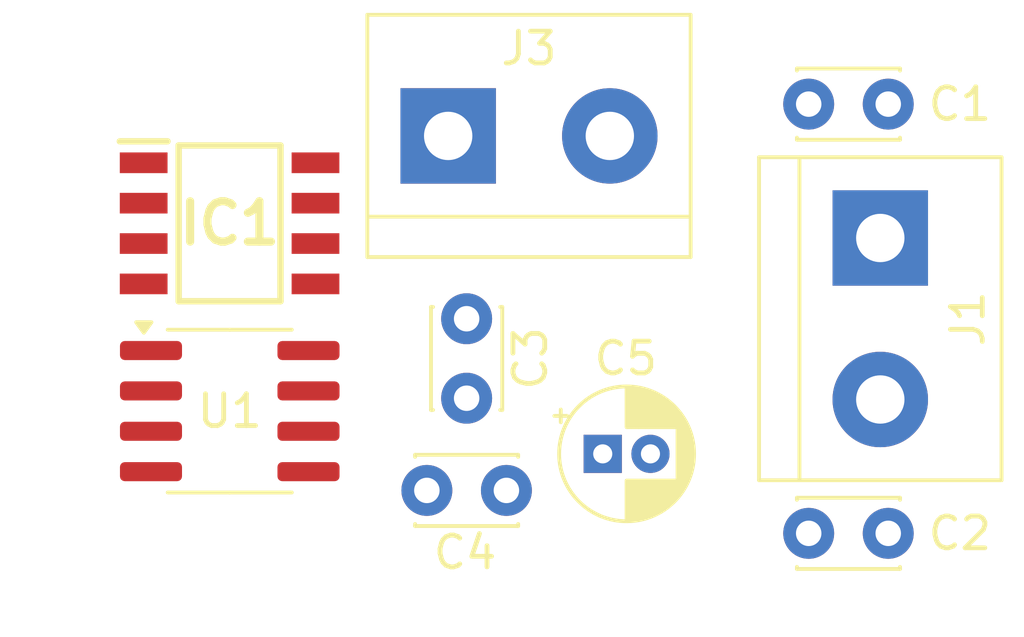
<source format=kicad_pcb>
(kicad_pcb (version 20240108) (generator "pcbnew") (generator_version "8.0")
  (layers (0 "F.Cu" signal) (31 "B.Cu" signal) (34 "B.Paste" user) (35 "F.Paste" user) (36 "B.SilkS" user "B.Silkscreen") (37 "F.SilkS" user "F.Silkscreen") (38 "B.Mask" user) (39 "F.Mask" user) (44 "Edge.Cuts" user))
  (net 0 "")
  (net 2 "/ASEN")
  (net 3 "Net-(IC1-VDD)")
  (net 4 "Net-(IC1-OUTA)")
  (net 5 "GND")
  (net 6 "Net-(IC1-OUTB)")
  (net 7 "/INB")
  (net 8 "/INA")
  (net 9 "VCC")
  (net 10 "Net-(U1-FILTER)")
  (net 11 "+5V")
  (footprint "Package_SO:SOIC-8_3.9x4.9mm_P1.27mm" (layer "F.Cu") (at 125.555 96.905)
    (property "Reference" "U1" (at 0 0 0) (layer "F.SilkS"))
    (property "Value" "ACS712xLCTR-05B")
    (fp_line (start 0 -2.56) (end -1.95 -2.56) (stroke (width 0.12)) (layer "F.SilkS"))
    (fp_line (start 0 -2.56) (end 1.95 -2.56) (stroke (width 0.12)) (layer "F.SilkS"))
    (fp_line (start 0 2.56) (end -1.95 2.56) (stroke (width 0.12)) (layer "F.SilkS"))
    (fp_line (start 0 2.56) (end 1.95 2.56) (stroke (width 0.12)) (layer "F.SilkS"))
    (fp_poly (pts (xy -2.7 -2.465) (xy -2.94 -2.795) (xy -2.46 -2.795) (xy -2.7 -2.465)) (stroke (width 0.12)) (fill solid) (layer "F.SilkS"))
    (pad "1" smd roundrect (at -2.475 -1.905) (size 1.95 0.6) (layers "F.Cu" "F.Paste" "F.Mask") (net 9 "VCC"))
    (pad "2" smd roundrect (at -2.475 -0.635) (size 1.95 0.6) (layers "F.Cu" "F.Paste" "F.Mask") (net 9 "VCC"))
    (pad "3" smd roundrect (at -2.475 0.635) (size 1.95 0.6) (layers "F.Cu" "F.Paste" "F.Mask") (net 3 "Net-(IC1-VDD)"))
    (pad "4" smd roundrect (at -2.475 1.905) (size 1.95 0.6) (layers "F.Cu" "F.Paste" "F.Mask") (net 3 "Net-(IC1-VDD)"))
    (pad "5" smd roundrect (at 2.475 1.905) (size 1.95 0.6) (layers "F.Cu" "F.Paste" "F.Mask") (net 5 "GND"))
    (pad "6" smd roundrect (at 2.475 0.635) (size 1.95 0.6) (layers "F.Cu" "F.Paste" "F.Mask") (net 10 "Net-(U1-FILTER)"))
    (pad "7" smd roundrect (at 2.475 -0.635) (size 1.95 0.6) (layers "F.Cu" "F.Paste" "F.Mask") (net 2 "/ASEN"))
    (pad "8" smd roundrect (at 2.475 -1.905) (size 1.95 0.6) (layers "F.Cu" "F.Paste" "F.Mask") (net 11 "+5V"))
  )
  (footprint "Capacitor_THT:C_Disc_D3.0mm_W2.0mm_P2.50mm" (layer "F.Cu") (at 133 94 -90)
    (property "Reference" "C3" (at 1.25 -2 90) (layer "F.SilkS"))
    (property "Value" "104pF")
    (fp_line (start -0.37 1.12) (end 2.87 1.12) (stroke (width 0.12)) (layer "F.SilkS"))
    (fp_line (start -0.37 1.055) (end -0.37 1.12) (stroke (width 0.12)) (layer "F.SilkS"))
    (fp_line (start 2.87 1.055) (end 2.87 1.12) (stroke (width 0.12)) (layer "F.SilkS"))
    (fp_line (start -0.37 -1.12) (end -0.37 -1.055) (stroke (width 0.12)) (layer "F.SilkS"))
    (fp_line (start -0.37 -1.12) (end 2.87 -1.12) (stroke (width 0.12)) (layer "F.SilkS"))
    (fp_line (start 2.87 -1.12) (end 2.87 -1.055) (stroke (width 0.12)) (layer "F.SilkS"))
    (pad "1" thru_hole circle (at 0 0 270) (size 1.6 1.6) (drill 0.8) (layers "*.Cu" "*.Mask") (net 4 "Net-(IC1-OUTA)"))
    (pad "2" thru_hole circle (at 2.5 0 270) (size 1.6 1.6) (drill 0.8) (layers "*.Cu" "*.Mask") (net 6 "Net-(IC1-OUTB)"))
  )
  (footprint "Capacitor_THT:C_Disc_D3.0mm_W2.0mm_P2.50mm" (layer "F.Cu") (at 143.75 100.75)
    (property "Reference" "C2" (at 4.75 0 0) (layer "F.SilkS"))
    (property "Value" "104pF")
    (fp_line (start -0.37 -1.12) (end -0.37 -1.055) (stroke (width 0.12)) (layer "F.SilkS"))
    (fp_line (start -0.37 -1.12) (end 2.87 -1.12) (stroke (width 0.12)) (layer "F.SilkS"))
    (fp_line (start -0.37 1.055) (end -0.37 1.12) (stroke (width 0.12)) (layer "F.SilkS"))
    (fp_line (start -0.37 1.12) (end 2.87 1.12) (stroke (width 0.12)) (layer "F.SilkS"))
    (fp_line (start 2.87 -1.12) (end 2.87 -1.055) (stroke (width 0.12)) (layer "F.SilkS"))
    (fp_line (start 2.87 1.055) (end 2.87 1.12) (stroke (width 0.12)) (layer "F.SilkS"))
    (pad "1" thru_hole circle (at 0 0) (size 1.6 1.6) (drill 0.8) (layers "*.Cu" "*.Mask") (net 5 "GND"))
    (pad "2" thru_hole circle (at 2.5 0) (size 1.6 1.6) (drill 0.8) (layers "*.Cu" "*.Mask") (net 6 "Net-(IC1-OUTB)"))
  )
  (footprint "Capacitor_THT:C_Disc_D3.0mm_W2.0mm_P2.50mm" (layer "F.Cu") (at 146.25 87.25 180)
    (property "Reference" "C1" (at -2.25 0 180) (layer "F.SilkS"))
    (property "Value" "104pF")
    (fp_line (start 2.87 1.055) (end 2.87 1.12) (stroke (width 0.12)) (layer "F.SilkS"))
    (fp_line (start 2.87 -1.12) (end 2.87 -1.055) (stroke (width 0.12)) (layer "F.SilkS"))
    (fp_line (start -0.37 1.12) (end 2.87 1.12) (stroke (width 0.12)) (layer "F.SilkS"))
    (fp_line (start -0.37 1.055) (end -0.37 1.12) (stroke (width 0.12)) (layer "F.SilkS"))
    (fp_line (start -0.37 -1.12) (end 2.87 -1.12) (stroke (width 0.12)) (layer "F.SilkS"))
    (fp_line (start -0.37 -1.12) (end -0.37 -1.055) (stroke (width 0.12)) (layer "F.SilkS"))
    (pad "1" thru_hole circle (at 0 0 180) (size 1.6 1.6) (drill 0.8) (layers "*.Cu" "*.Mask") (net 4 "Net-(IC1-OUTA)"))
    (pad "2" thru_hole circle (at 2.5 0 180) (size 1.6 1.6) (drill 0.8) (layers "*.Cu" "*.Mask") (net 5 "GND"))
  )
  (footprint "TerminalBlock:TerminalBlock_bornier-2_P5.08mm" (layer "F.Cu") (at 132.42 88.25)
    (property "Reference" "J3" (at 2.54 -2.75 0) (layer "F.SilkS"))
    (property "Value" "PowerSupply")
    (fp_line (start -2.54 -3.81) (end -2.54 3.81) (stroke (width 0.12)) (layer "F.SilkS"))
    (fp_line (start -2.54 3.81) (end 7.62 3.81) (stroke (width 0.12)) (layer "F.SilkS"))
    (fp_line (start 7.62 -3.81) (end -2.54 -3.81) (stroke (width 0.12)) (layer "F.SilkS"))
    (fp_line (start 7.62 2.54) (end -2.54 2.54) (stroke (width 0.12)) (layer "F.SilkS"))
    (fp_line (start 7.62 3.81) (end 7.62 -3.81) (stroke (width 0.12)) (layer "F.SilkS"))
    (pad "1" thru_hole rect (at 0 0) (size 3 3) (drill 1.52) (layers "*.Cu" "*.Mask") (net 9 "VCC"))
    (pad "2" thru_hole circle (at 5.08 0) (size 3 3) (drill 1.52) (layers "*.Cu" "*.Mask") (net 5 "GND"))
  )
  (footprint "TerminalBlock:TerminalBlock_bornier-2_P5.08mm" (layer "F.Cu") (at 146 91.46 -90)
    (property "Reference" "J1" (at 2.54 -2.75 90) (layer "F.SilkS"))
    (property "Value" "MotorConnection")
    (fp_line (start -2.54 3.81) (end 7.62 3.81) (stroke (width 0.12)) (layer "F.SilkS"))
    (fp_line (start 7.62 3.81) (end 7.62 -3.81) (stroke (width 0.12)) (layer "F.SilkS"))
    (fp_line (start 7.62 2.54) (end -2.54 2.54) (stroke (width 0.12)) (layer "F.SilkS"))
    (fp_line (start -2.54 -3.81) (end -2.54 3.81) (stroke (width 0.12)) (layer "F.SilkS"))
    (fp_line (start 7.62 -3.81) (end -2.54 -3.81) (stroke (width 0.12)) (layer "F.SilkS"))
    (pad "1" thru_hole rect (at 0 0 270) (size 3 3) (drill 1.52) (layers "*.Cu" "*.Mask") (net 4 "Net-(IC1-OUTA)"))
    (pad "2" thru_hole circle (at 5.08 0 270) (size 3 3) (drill 1.52) (layers "*.Cu" "*.Mask") (net 6 "Net-(IC1-OUTB)"))
  )
  (footprint "Capacitor_THT:C_Disc_D3.0mm_W2.0mm_P2.50mm" (layer "F.Cu") (at 131.75 99.4)
    (property "Reference" "C4" (at 1.2 1.95 360) (layer "F.SilkS"))
    (property "Value" "100nF")
    (fp_line (start -0.37 -1.12) (end -0.37 -1.055) (stroke (width 0.12)) (layer "F.SilkS"))
    (fp_line (start -0.37 -1.12) (end 2.87 -1.12) (stroke (width 0.12)) (layer "F.SilkS"))
    (fp_line (start -0.37 1.055) (end -0.37 1.12) (stroke (width 0.12)) (layer "F.SilkS"))
    (fp_line (start -0.37 1.12) (end 2.87 1.12) (stroke (width 0.12)) (layer "F.SilkS"))
    (fp_line (start 2.87 -1.12) (end 2.87 -1.055) (stroke (width 0.12)) (layer "F.SilkS"))
    (fp_line (start 2.87 1.055) (end 2.87 1.12) (stroke (width 0.12)) (layer "F.SilkS"))
    (pad "1" thru_hole circle (at 0 0) (size 1.6 1.6) (drill 0.8) (layers "*.Cu" "*.Mask") (net 10 "Net-(U1-FILTER)"))
    (pad "2" thru_hole circle (at 2.5 0) (size 1.6 1.6) (drill 0.8) (layers "*.Cu" "*.Mask") (net 5 "GND"))
  )
  (footprint "Capacitor_THT:CP_Radial_D4.0mm_P1.50mm" (layer "F.Cu") (at 137.277401 98.25)
    (property "Reference" "C5" (at 0.722599 -3 0) (layer "F.SilkS"))
    (property "Value" "0.1uF")
    (fp_line (start -1.519801 -1.195) (end -1.119801 -1.195) (stroke (width 0.12)) (layer "F.SilkS"))
    (fp_line (start -1.319801 -1.395) (end -1.319801 -0.995) (stroke (width 0.12)) (layer "F.SilkS"))
    (fp_line (start 0.75 -2.08) (end 0.75 -0.84) (stroke (width 0.12)) (layer "F.SilkS"))
    (fp_line (start 0.75 0.84) (end 0.75 2.08) (stroke (width 0.12)) (layer "F.SilkS"))
    (fp_line (start 0.79 -2.08) (end 0.79 -0.84) (stroke (width 0.12)) (layer "F.SilkS"))
    (fp_line (start 0.79 0.84) (end 0.79 2.08) (stroke (width 0.12)) (layer "F.SilkS"))
    (fp_line (start 0.83 -2.079) (end 0.83 -0.84) (stroke (width 0.12)) (layer "F.SilkS"))
    (fp_line (start 0.83 0.84) (end 0.83 2.079) (stroke (width 0.12)) (layer "F.SilkS"))
    (fp_line (start 0.87 -2.077) (end 0.87 -0.84) (stroke (width 0.12)) (layer "F.SilkS"))
    (fp_line (start 0.87 0.84) (end 0.87 2.077) (stroke (width 0.12)) (layer "F.SilkS"))
    (fp_line (start 0.91 -2.074) (end 0.91 -0.84) (stroke (width 0.12)) (layer "F.SilkS"))
    (fp_line (start 0.91 0.84) (end 0.91 2.074) (stroke (width 0.12)) (layer "F.SilkS"))
    (fp_line (start 0.95 -2.071) (end 0.95 -0.84) (stroke (width 0.12)) (layer "F.SilkS"))
    (fp_line (start 0.95 0.84) (end 0.95 2.071) (stroke (width 0.12)) (layer "F.SilkS"))
    (fp_line (start 0.99 -2.067) (end 0.99 -0.84) (stroke (width 0.12)) (layer "F.SilkS"))
    (fp_line (start 0.99 0.84) (end 0.99 2.067) (stroke (width 0.12)) (layer "F.SilkS"))
    (fp_line (start 1.03 -2.062) (end 1.03 -0.84) (stroke (width 0.12)) (layer "F.SilkS"))
    (fp_line (start 1.03 0.84) (end 1.03 2.062) (stroke (width 0.12)) (layer "F.SilkS"))
    (fp_line (start 1.07 -2.056) (end 1.07 -0.84) (stroke (width 0.12)) (layer "F.SilkS"))
    (fp_line (start 1.07 0.84) (end 1.07 2.056) (stroke (width 0.12)) (layer "F.SilkS"))
    (fp_line (start 1.11 -2.05) (end 1.11 -0.84) (stroke (width 0.12)) (layer "F.SilkS"))
    (fp_line (start 1.11 0.84) (end 1.11 2.05) (stroke (width 0.12)) (layer "F.SilkS"))
    (fp_line (start 1.15 -2.042) (end 1.15 -0.84) (stroke (width 0.12)) (layer "F.SilkS"))
    (fp_line (start 1.15 0.84) (end 1.15 2.042) (stroke (width 0.12)) (layer "F.SilkS"))
    (fp_line (start 1.19 -2.034) (end 1.19 -0.84) (stroke (width 0.12)) (layer "F.SilkS"))
    (fp_line (start 1.19 0.84) (end 1.19 2.034) (stroke (width 0.12)) (layer "F.SilkS"))
    (fp_line (start 1.23 -2.025) (end 1.23 -0.84) (stroke (width 0.12)) (layer "F.SilkS"))
    (fp_line (start 1.23 0.84) (end 1.23 2.025) (stroke (width 0.12)) (layer "F.SilkS"))
    (fp_line (start 1.27 -2.016) (end 1.27 -0.84) (stroke (width 0.12)) (layer "F.SilkS"))
    (fp_line (start 1.27 0.84) (end 1.27 2.016) (stroke (width 0.12)) (layer "F.SilkS"))
    (fp_line (start 1.31 -2.005) (end 1.31 -0.84) (stroke (width 0.12)) (layer "F.SilkS"))
    (fp_line (start 1.31 0.84) (end 1.31 2.005) (stroke (width 0.12)) (layer "F.SilkS"))
    (fp_line (start 1.35 -1.994) (end 1.35 -0.84) (stroke (width 0.12)) (layer "F.SilkS"))
    (fp_line (start 1.35 0.84) (end 1.35 1.994) (stroke (width 0.12)) (layer "F.SilkS"))
    (fp_line (start 1.39 -1.982) (end 1.39 -0.84) (stroke (width 0.12)) (layer "F.SilkS"))
    (fp_line (start 1.39 0.84) (end 1.39 1.982) (stroke (width 0.12)) (layer "F.SilkS"))
    (fp_line (start 1.43 -1.968) (end 1.43 -0.84) (stroke (width 0.12)) (layer "F.SilkS"))
    (fp_line (start 1.43 0.84) (end 1.43 1.968) (stroke (width 0.12)) (layer "F.SilkS"))
    (fp_line (start 1.471 -1.954) (end 1.471 -0.84) (stroke (width 0.12)) (layer "F.SilkS"))
    (fp_line (start 1.471 0.84) (end 1.471 1.954) (stroke (width 0.12)) (layer "F.SilkS"))
    (fp_line (start 1.511 -1.94) (end 1.511 -0.84) (stroke (width 0.12)) (layer "F.SilkS"))
    (fp_line (start 1.511 0.84) (end 1.511 1.94) (stroke (width 0.12)) (layer "F.SilkS"))
    (fp_line (start 1.551 -1.924) (end 1.551 -0.84) (stroke (width 0.12)) (layer "F.SilkS"))
    (fp_line (start 1.551 0.84) (end 1.551 1.924) (stroke (width 0.12)) (layer "F.SilkS"))
    (fp_line (start 1.591 -1.907) (end 1.591 -0.84) (stroke (width 0.12)) (layer "F.SilkS"))
    (fp_line (start 1.591 0.84) (end 1.591 1.907) (stroke (width 0.12)) (layer "F.SilkS"))
    (fp_line (start 1.631 -1.889) (end 1.631 -0.84) (stroke (width 0.12)) (layer "F.SilkS"))
    (fp_line (start 1.631 0.84) (end 1.631 1.889) (stroke (width 0.12)) (layer "F.SilkS"))
    (fp_line (start 1.671 -1.87) (end 1.671 -0.84) (stroke (width 0.12)) (layer "F.SilkS"))
    (fp_line (start 1.671 0.84) (end 1.671 1.87) (stroke (width 0.12)) (layer "F.SilkS"))
    (fp_line (start 1.711 -1.851) (end 1.711 -0.84) (stroke (width 0.12)) (layer "F.SilkS"))
    (fp_line (start 1.711 0.84) (end 1.711 1.851) (stroke (width 0.12)) (layer "F.SilkS"))
    (fp_line (start 1.751 -1.83) (end 1.751 -0.84) (stroke (width 0.12)) (layer "F.SilkS"))
    (fp_line (start 1.751 0.84) (end 1.751 1.83) (stroke (width 0.12)) (layer "F.SilkS"))
    (fp_line (start 1.791 -1.808) (end 1.791 -0.84) (stroke (width 0.12)) (layer "F.SilkS"))
    (fp_line (start 1.791 0.84) (end 1.791 1.808) (stroke (width 0.12)) (layer "F.SilkS"))
    (fp_line (start 1.831 -1.785) (end 1.831 -0.84) (stroke (width 0.12)) (layer "F.SilkS"))
    (fp_line (start 1.831 0.84) (end 1.831 1.785) (stroke (width 0.12)) (layer "F.SilkS"))
    (fp_line (start 1.871 -1.76) (end 1.871 -0.84) (stroke (width 0.12)) (layer "F.SilkS"))
    (fp_line (start 1.871 0.84) (end 1.871 1.76) (stroke (width 0.12)) (layer "F.SilkS"))
    (fp_line (start 1.911 -1.735) (end 1.911 -0.84) (stroke (width 0.12)) (layer "F.SilkS"))
    (fp_line (start 1.911 0.84) (end 1.911 1.735) (stroke (width 0.12)) (layer "F.SilkS"))
    (fp_line (start 1.951 -1.708) (end 1.951 -0.84) (stroke (width 0.12)) (layer "F.SilkS"))
    (fp_line (start 1.951 0.84) (end 1.951 1.708) (stroke (width 0.12)) (layer "F.SilkS"))
    (fp_line (start 1.991 -1.68) (end 1.991 -0.84) (stroke (width 0.12)) (layer "F.SilkS"))
    (fp_line (start 1.991 0.84) (end 1.991 1.68) (stroke (width 0.12)) (layer "F.SilkS"))
    (fp_line (start 2.031 -1.65) (end 2.031 -0.84) (stroke (width 0.12)) (layer "F.SilkS"))
    (fp_line (start 2.031 0.84) (end 2.031 1.65) (stroke (width 0.12)) (layer "F.SilkS"))
    (fp_line (start 2.071 -1.619) (end 2.071 -0.84) (stroke (width 0.12)) (layer "F.SilkS"))
    (fp_line (start 2.071 0.84) (end 2.071 1.619) (stroke (width 0.12)) (layer "F.SilkS"))
    (fp_line (start 2.111 -1.587) (end 2.111 -0.84) (stroke (width 0.12)) (layer "F.SilkS"))
    (fp_line (start 2.111 0.84) (end 2.111 1.587) (stroke (width 0.12)) (layer "F.SilkS"))
    (fp_line (start 2.151 -1.552) (end 2.151 -0.84) (stroke (width 0.12)) (layer "F.SilkS"))
    (fp_line (start 2.151 0.84) (end 2.151 1.552) (stroke (width 0.12)) (layer "F.SilkS"))
    (fp_line (start 2.191 -1.516) (end 2.191 -0.84) (stroke (width 0.12)) (layer "F.SilkS"))
    (fp_line (start 2.191 0.84) (end 2.191 1.516) (stroke (width 0.12)) (layer "F.SilkS"))
    (fp_line (start 2.231 -1.478) (end 2.231 -0.84) (stroke (width 0.12)) (layer "F.SilkS"))
    (fp_line (start 2.231 0.84) (end 2.231 1.478) (stroke (width 0.12)) (layer "F.SilkS"))
    (fp_line (start 2.271 -1.438) (end 2.271 -0.84) (stroke (width 0.12)) (layer "F.SilkS"))
    (fp_line (start 2.271 0.84) (end 2.271 1.438) (stroke (width 0.12)) (layer "F.SilkS"))
    (fp_line (start 2.311 -1.396) (end 2.311 -0.84) (stroke (width 0.12)) (layer "F.SilkS"))
    (fp_line (start 2.311 0.84) (end 2.311 1.396) (stroke (width 0.12)) (layer "F.SilkS"))
    (fp_line (start 2.351 -1.351) (end 2.351 1.351) (stroke (width 0.12)) (layer "F.SilkS"))
    (fp_line (start 2.391 -1.304) (end 2.391 1.304) (stroke (width 0.12)) (layer "F.SilkS"))
    (fp_line (start 2.431 -1.254) (end 2.431 1.254) (stroke (width 0.12)) (layer "F.SilkS"))
    (fp_line (start 2.471 -1.2) (end 2.471 1.2) (stroke (width 0.12)) (layer "F.SilkS"))
    (fp_line (start 2.511 -1.142) (end 2.511 1.142) (stroke (width 0.12)) (layer "F.SilkS"))
    (fp_line (start 2.551 -1.08) (end 2.551 1.08) (stroke (width 0.12)) (layer "F.SilkS"))
    (fp_line (start 2.591 -1.013) (end 2.591 1.013) (stroke (width 0.12)) (layer "F.SilkS"))
    (fp_line (start 2.631 -0.94) (end 2.631 0.94) (stroke (width 0.12)) (layer "F.SilkS"))
    (fp_line (start 2.671 -0.859) (end 2.671 0.859) (stroke (width 0.12)) (layer "F.SilkS"))
    (fp_line (start 2.711 -0.768) (end 2.711 0.768) (stroke (width 0.12)) (layer "F.SilkS"))
    (fp_line (start 2.751 -0.664) (end 2.751 0.664) (stroke (width 0.12)) (layer "F.SilkS"))
    (fp_line (start 2.791 -0.537) (end 2.791 0.537) (stroke (width 0.12)) (layer "F.SilkS"))
    (fp_line (start 2.831 -0.37) (end 2.831 0.37) (stroke (width 0.12)) (layer "F.SilkS"))
    (fp_circle (center 0.75 0) (end 2.87 0) (stroke (width 0.12)) (fill none) (layer "F.SilkS"))
    (pad "1" thru_hole rect (at 0 0) (size 1.2 1.2) (drill 0.6) (layers "*.Cu" "*.Mask") (net 11 "+5V"))
    (pad "2" thru_hole circle (at 1.5 0) (size 1.2 1.2) (drill 0.6) (layers "*.Cu" "*.Mask") (net 5 "GND"))
  )
  (footprint "TC118S:SOIC127P600X155-8N" (layer "F.Cu") (at 125.55 91)
    (property "Reference" "IC1" (at 0 0 0) (layer "F.SilkS") (effects (font (size 1.27 1.27) (thickness 0.254))))
    (property "Value" "TC118S" (hide yes))
    (fp_line (start -3.45 -2.58) (end -1.95 -2.58) (stroke (width 0.2)) (layer "F.SilkS"))
    (fp_line (start -1.6 -2.45) (end 1.6 -2.45) (stroke (width 0.2)) (layer "F.SilkS"))
    (fp_line (start -1.6 2.45) (end -1.6 -2.45) (stroke (width 0.2)) (layer "F.SilkS"))
    (fp_line (start 1.6 -2.45) (end 1.6 2.45) (stroke (width 0.2)) (layer "F.SilkS"))
    (fp_line (start 1.6 2.45) (end -1.6 2.45) (stroke (width 0.2)) (layer "F.SilkS"))
    (pad "1" smd rect (at -2.7 -1.905 90) (size 0.65 1.5) (layers "F.Cu" "F.Paste" "F.Mask"))
    (pad "2" smd rect (at -2.7 -0.635 90) (size 0.65 1.5) (layers "F.Cu" "F.Paste" "F.Mask") (net 8 "/INA"))
    (pad "3" smd rect (at -2.7 0.635 90) (size 0.65 1.5) (layers "F.Cu" "F.Paste" "F.Mask") (net 7 "/INB"))
    (pad "4" smd rect (at -2.7 1.905 90) (size 0.65 1.5) (layers "F.Cu" "F.Paste" "F.Mask") (net 3 "Net-(IC1-VDD)"))
    (pad "5" smd rect (at 2.7 1.905 90) (size 0.65 1.5) (layers "F.Cu" "F.Paste" "F.Mask") (net 6 "Net-(IC1-OUTB)"))
    (pad "6" smd rect (at 2.7 0.635 90) (size 0.65 1.5) (layers "F.Cu" "F.Paste" "F.Mask") (net 5 "GND"))
    (pad "7" smd rect (at 2.7 -0.635 90) (size 0.65 1.5) (layers "F.Cu" "F.Paste" "F.Mask") (net 5 "GND"))
    (pad "8" smd rect (at 2.7 -1.905 90) (size 0.65 1.5) (layers "F.Cu" "F.Paste" "F.Mask") (net 4 "Net-(IC1-OUTA)"))
  )
)
</source>
